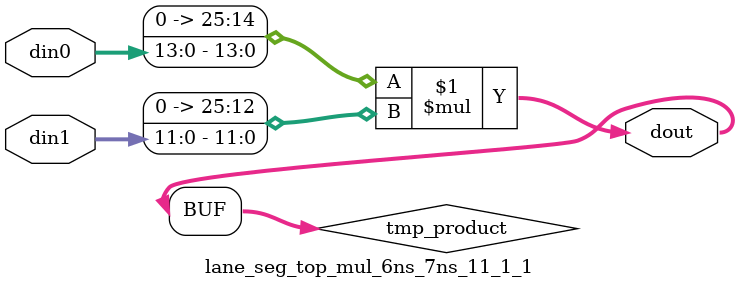
<source format=v>

`timescale 1 ns / 1 ps

  module lane_seg_top_mul_6ns_7ns_11_1_1(din0, din1, dout);
parameter ID = 1;
parameter NUM_STAGE = 0;
parameter din0_WIDTH = 14;
parameter din1_WIDTH = 12;
parameter dout_WIDTH = 26;

input [din0_WIDTH - 1 : 0] din0; 
input [din1_WIDTH - 1 : 0] din1; 
output [dout_WIDTH - 1 : 0] dout;

wire signed [dout_WIDTH - 1 : 0] tmp_product;










assign tmp_product = $signed({1'b0, din0}) * $signed({1'b0, din1});











assign dout = tmp_product;







endmodule

</source>
